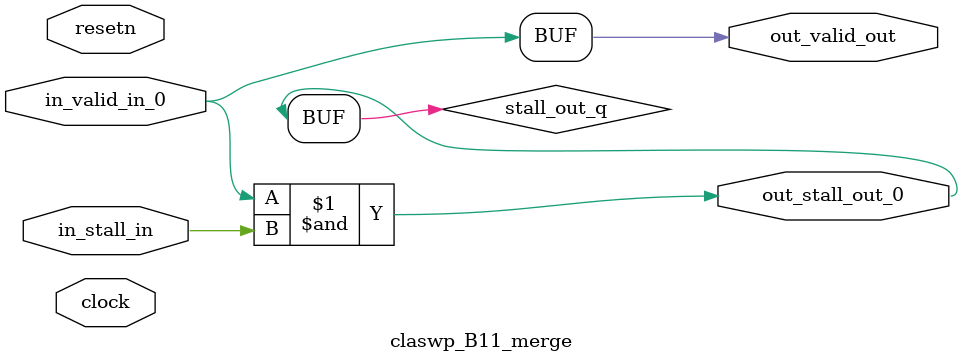
<source format=sv>



(* altera_attribute = "-name AUTO_SHIFT_REGISTER_RECOGNITION OFF; -name MESSAGE_DISABLE 10036; -name MESSAGE_DISABLE 10037; -name MESSAGE_DISABLE 14130; -name MESSAGE_DISABLE 14320; -name MESSAGE_DISABLE 15400; -name MESSAGE_DISABLE 14130; -name MESSAGE_DISABLE 10036; -name MESSAGE_DISABLE 12020; -name MESSAGE_DISABLE 12030; -name MESSAGE_DISABLE 12010; -name MESSAGE_DISABLE 12110; -name MESSAGE_DISABLE 14320; -name MESSAGE_DISABLE 13410; -name MESSAGE_DISABLE 113007; -name MESSAGE_DISABLE 10958" *)
module claswp_B11_merge (
    input wire [0:0] in_stall_in,
    input wire [0:0] in_valid_in_0,
    output wire [0:0] out_stall_out_0,
    output wire [0:0] out_valid_out,
    input wire clock,
    input wire resetn
    );

    wire [0:0] stall_out_q;


    // stall_out(LOGICAL,6)
    assign stall_out_q = in_valid_in_0 & in_stall_in;

    // out_stall_out_0(GPOUT,4)
    assign out_stall_out_0 = stall_out_q;

    // out_valid_out(GPOUT,5)
    assign out_valid_out = in_valid_in_0;

endmodule

</source>
